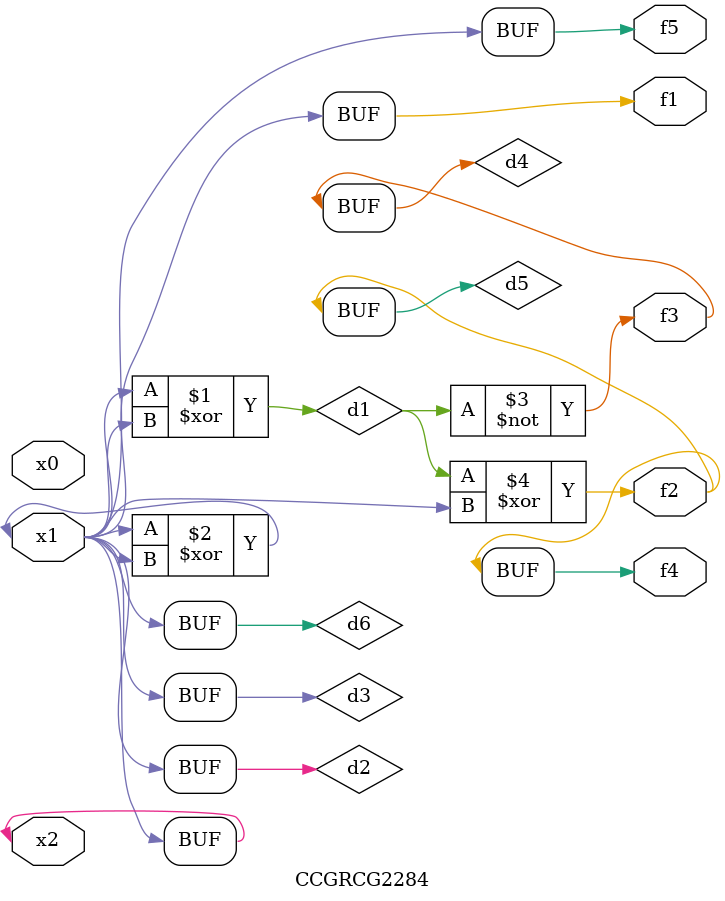
<source format=v>
module CCGRCG2284(
	input x0, x1, x2,
	output f1, f2, f3, f4, f5
);

	wire d1, d2, d3, d4, d5, d6;

	xor (d1, x1, x2);
	buf (d2, x1, x2);
	xor (d3, x1, x2);
	nor (d4, d1);
	xor (d5, d1, d2);
	buf (d6, d2, d3);
	assign f1 = d6;
	assign f2 = d5;
	assign f3 = d4;
	assign f4 = d5;
	assign f5 = d6;
endmodule

</source>
